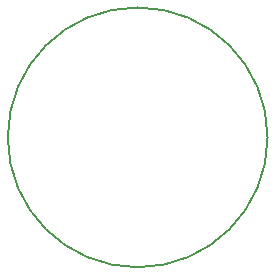
<source format=gm1>
%TF.GenerationSoftware,KiCad,Pcbnew,8.0.1*%
%TF.CreationDate,2024-09-25T11:56:53+02:00*%
%TF.ProjectId,dot_projector,646f745f-7072-46f6-9a65-63746f722e6b,rev?*%
%TF.SameCoordinates,Original*%
%TF.FileFunction,Profile,NP*%
%FSLAX46Y46*%
G04 Gerber Fmt 4.6, Leading zero omitted, Abs format (unit mm)*
G04 Created by KiCad (PCBNEW 8.0.1) date 2024-09-25 11:56:53*
%MOMM*%
%LPD*%
G01*
G04 APERTURE LIST*
%TA.AperFunction,Profile*%
%ADD10C,0.200000*%
%TD*%
G04 APERTURE END LIST*
D10*
X145170000Y-61960000D02*
G75*
G02*
X123170000Y-61960000I-11000000J0D01*
G01*
X123170000Y-61960000D02*
G75*
G02*
X145170000Y-61960000I11000000J0D01*
G01*
M02*

</source>
